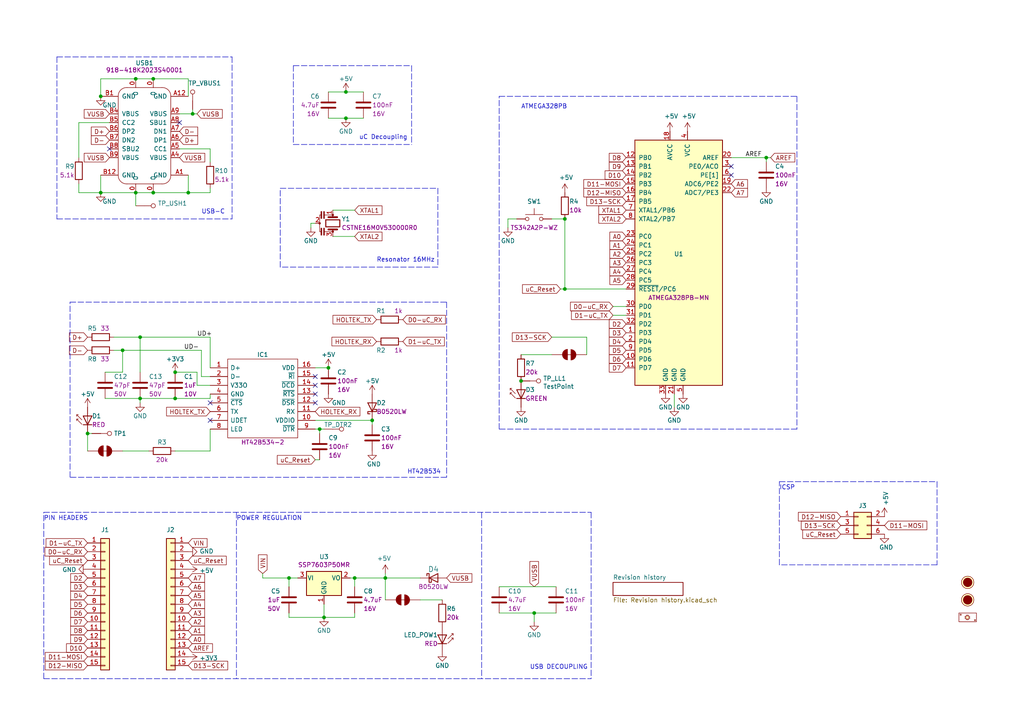
<source format=kicad_sch>
(kicad_sch (version 20211123) (generator eeschema)
  (paper "A4")
  (title_block (title "Jade Nano+") (date "2021-12-16") (rev "0.0.2") (company "GroundStudio.ro") (comment 1 "Schematic: Victor"))
  (junction (at 44.45 22.86))
  (junction (at 55.88 33.02))
  (junction (at 29.21 27.94))
  (junction (at 92.71 124.46))
  (junction (at 100.33 26.67))
  (junction (at 222.25 45.72))
  (junction (at 44.45 55.88))
  (junction (at 50.8 115.57))
  (junction (at 163.83 83.82))
  (junction (at 102.87 167.64))
  (junction (at 100.33 34.29))
  (junction (at 25.4 125.73))
  (junction (at 83.82 167.64))
  (junction (at 154.94 177.8))
  (junction (at 39.37 55.88))
  (junction (at 54.61 55.88))
  (junction (at 50.8 107.95))
  (junction (at 93.98 179.07))
  (junction (at 40.64 115.57))
  (junction (at 40.64 97.79))
  (junction (at 95.25 106.68))
  (junction (at 163.83 63.5))
  (junction (at 35.56 101.6))
  (junction (at 29.21 55.88))
  (junction (at 39.37 22.86))
  (junction (at 151.13 110.49))
  (junction (at 107.95 121.92))
  (junction (at 111.76 167.64))
  (no_connect (at 91.44 109.22))
  (no_connect (at 212.09 48.26))
  (no_connect (at 91.44 111.76))
  (no_connect (at 52.07 35.56))
  (no_connect (at 91.44 116.84))
  (no_connect (at 212.09 50.8))
  (no_connect (at 91.44 114.3))
  (no_connect (at 60.96 121.92))
  (no_connect (at 31.75 43.18))
  (no_connect (at 60.96 116.84))
  (polyline (pts (xy 139.7 148.59) (xy 139.7 196.85)))
  (wire (pts (xy 92.71 124.46) (xy 91.44 124.46)))
  (wire (pts (xy 102.87 167.64) (xy 111.76 167.64)))
  (polyline (pts (xy 81.28 77.47) (xy 81.28 54.61)))
  (polyline (pts (xy 16.51 16.51) (xy 16.51 63.5)))
  (wire (pts (xy 52.07 33.02) (xy 55.88 33.02)))
  (polyline (pts (xy 20.32 87.63) (xy 129.54 87.63)))
  (wire (pts (xy 91.44 106.68) (xy 95.25 106.68)))
  (wire (pts (xy 91.44 133.35) (xy 92.71 133.35)))
  (wire (pts (xy 29.21 55.88) (xy 22.86 55.88)))
  (wire (pts (xy 95.25 34.29) (xy 100.33 34.29)))
  (wire (pts (xy 44.45 22.86) (xy 39.37 22.86)))
  (polyline (pts (xy 271.78 163.83) (xy 226.06 163.83)))
  (wire (pts (xy 111.76 173.99) (xy 111.76 167.64)))
  (polyline (pts (xy 226.06 163.83) (xy 226.06 139.7)))
  (wire (pts (xy 29.21 27.94) (xy 29.21 22.86)))
  (wire (pts (xy 35.56 130.81) (xy 43.18 130.81)))
  (wire (pts (xy 44.45 22.86) (xy 54.61 22.86)))
  (polyline (pts (xy 85.09 19.05) (xy 119.38 19.05)))
  (wire (pts (xy 50.8 130.81) (xy 60.96 130.81)))
  (wire (pts (xy 170.18 97.79) (xy 170.18 102.87)))
  (polyline (pts (xy 271.78 139.7) (xy 271.78 163.83)))
  (wire (pts (xy 83.82 170.18) (xy 83.82 167.64)))
  (polyline (pts (xy 129.54 87.63) (xy 129.54 138.43)))
  (polyline (pts (xy 119.38 19.05) (xy 119.38 41.91)))
  (wire (pts (xy 95.25 26.67) (xy 100.33 26.67)))
  (polyline (pts (xy 231.14 27.94) (xy 231.14 124.46)))
  (wire (pts (xy 25.4 125.73) (xy 26.67 125.73)))
  (wire (pts (xy 163.83 63.5) (xy 163.83 83.82)))
  (polyline (pts (xy 144.78 27.94) (xy 231.14 27.94)))
  (polyline (pts (xy 144.78 124.46) (xy 144.78 27.94)))
  (wire (pts (xy 93.98 175.26) (xy 93.98 179.07)))
  (wire (pts (xy 33.02 97.79) (xy 40.64 97.79)))
  (polyline (pts (xy 127 77.47) (xy 81.28 77.47)))
  (wire (pts (xy 55.88 31.75) (xy 55.88 33.02)))
  (wire (pts (xy 212.09 45.72) (xy 222.25 45.72)))
  (polyline (pts (xy 127 54.61) (xy 127 77.47)))
  (wire (pts (xy 92.71 124.46) (xy 92.71 125.73)))
  (polyline (pts (xy 85.09 19.05) (xy 85.09 41.91)))
  (wire (pts (xy 83.82 167.64) (xy 86.36 167.64)))
  (wire (pts (xy 52.07 43.18) (xy 60.96 43.18)))
  (wire (pts (xy 35.56 107.95) (xy 35.56 101.6)))
  (wire (pts (xy 181.61 91.44) (xy 177.8 91.44)))
  (wire (pts (xy 195.58 114.3) (xy 195.58 118.11)))
  (wire (pts (xy 60.96 55.88) (xy 60.96 54.61)))
  (polyline (pts (xy 171.45 148.59) (xy 171.45 196.85)))
  (polyline (pts (xy 67.31 16.51) (xy 67.31 63.5)))
  (wire (pts (xy 57.15 107.95) (xy 57.15 111.76)))
  (wire (pts (xy 54.61 55.88) (xy 54.61 50.8)))
  (wire (pts (xy 76.2 167.64) (xy 83.82 167.64)))
  (wire (pts (xy 40.64 115.57) (xy 50.8 115.57)))
  (wire (pts (xy 144.78 170.18) (xy 161.29 170.18)))
  (wire (pts (xy 160.02 102.87) (xy 151.13 102.87)))
  (wire (pts (xy 121.92 173.99) (xy 128.27 173.99)))
  (wire (pts (xy 50.8 107.95) (xy 57.15 107.95)))
  (wire (pts (xy 90.17 66.04) (xy 90.17 64.77)))
  (wire (pts (xy 102.87 177.8) (xy 102.87 179.07)))
  (wire (pts (xy 39.37 55.88) (xy 39.37 59.69)))
  (wire (pts (xy 29.21 50.8) (xy 29.21 55.88)))
  (wire (pts (xy 177.8 88.9) (xy 181.61 88.9)))
  (wire (pts (xy 102.87 68.58) (xy 96.52 68.58)))
  (wire (pts (xy 60.96 97.79) (xy 60.96 106.68)))
  (polyline (pts (xy 16.51 63.5) (xy 67.31 63.5)))
  (polyline (pts (xy 226.06 139.7) (xy 271.78 139.7)))
  (wire (pts (xy 96.52 60.96) (xy 102.87 60.96)))
  (wire (pts (xy 25.4 125.73) (xy 25.4 130.81)))
  (polyline (pts (xy 129.54 138.43) (xy 20.32 138.43)))
  (wire (pts (xy 50.8 115.57) (xy 60.96 115.57)))
  (wire (pts (xy 83.82 177.8) (xy 83.82 179.07)))
  (polyline (pts (xy 12.7 196.85) (xy 171.45 196.85)))
  (wire (pts (xy 163.83 83.82) (xy 181.61 83.82)))
  (wire (pts (xy 100.33 26.67) (xy 105.41 26.67)))
  (wire (pts (xy 40.64 116.84) (xy 40.64 115.57)))
  (wire (pts (xy 222.25 45.72) (xy 223.52 45.72)))
  (wire (pts (xy 33.02 101.6) (xy 35.56 101.6)))
  (wire (pts (xy 107.95 123.19) (xy 107.95 121.92)))
  (wire (pts (xy 144.78 177.8) (xy 154.94 177.8)))
  (wire (pts (xy 60.96 130.81) (xy 60.96 124.46)))
  (polyline (pts (xy 231.14 124.46) (xy 144.78 124.46)))
  (wire (pts (xy 60.96 115.57) (xy 60.96 114.3)))
  (wire (pts (xy 91.44 121.92) (xy 107.95 121.92)))
  (wire (pts (xy 160.02 63.5) (xy 163.83 63.5)))
  (wire (pts (xy 100.33 34.29) (xy 105.41 34.29)))
  (wire (pts (xy 111.76 167.64) (xy 121.92 167.64)))
  (wire (pts (xy 30.48 115.57) (xy 40.64 115.57)))
  (polyline (pts (xy 12.7 148.59) (xy 171.45 148.59)))
  (wire (pts (xy 93.98 179.07) (xy 102.87 179.07)))
  (wire (pts (xy 29.21 55.88) (xy 39.37 55.88)))
  (wire (pts (xy 39.37 55.88) (xy 44.45 55.88)))
  (wire (pts (xy 58.42 101.6) (xy 58.42 109.22)))
  (wire (pts (xy 111.76 167.64) (xy 111.76 166.37)))
  (wire (pts (xy 222.25 46.99) (xy 222.25 45.72)))
  (wire (pts (xy 102.87 170.18) (xy 102.87 167.64)))
  (wire (pts (xy 57.15 111.76) (xy 60.96 111.76)))
  (polyline (pts (xy 81.28 54.61) (xy 127 54.61)))
  (wire (pts (xy 147.32 66.04) (xy 147.32 63.5)))
  (wire (pts (xy 44.45 55.88) (xy 54.61 55.88)))
  (wire (pts (xy 58.42 109.22) (xy 60.96 109.22)))
  (wire (pts (xy 83.82 179.07) (xy 93.98 179.07)))
  (wire (pts (xy 29.21 22.86) (xy 39.37 22.86)))
  (wire (pts (xy 154.94 177.8) (xy 154.94 180.34)))
  (wire (pts (xy 22.86 35.56) (xy 22.86 45.72)))
  (wire (pts (xy 40.64 97.79) (xy 40.64 107.95)))
  (wire (pts (xy 54.61 55.88) (xy 60.96 55.88)))
  (wire (pts (xy 93.98 124.46) (xy 92.71 124.46)))
  (wire (pts (xy 55.88 33.02) (xy 57.15 33.02)))
  (polyline (pts (xy 68.58 148.59) (xy 68.58 196.85)))
  (wire (pts (xy 31.75 35.56) (xy 22.86 35.56)))
  (wire (pts (xy 154.94 177.8) (xy 161.29 177.8)))
  (wire (pts (xy 35.56 101.6) (xy 58.42 101.6)))
  (wire (pts (xy 101.6 167.64) (xy 102.87 167.64)))
  (wire (pts (xy 90.17 64.77) (xy 91.44 64.77)))
  (polyline (pts (xy 85.09 41.91) (xy 119.38 41.91)))
  (wire (pts (xy 147.32 63.5) (xy 149.86 63.5)))
  (wire (pts (xy 60.96 43.18) (xy 60.96 46.99)))
  (wire (pts (xy 160.02 97.79) (xy 170.18 97.79)))
  (wire (pts (xy 30.48 107.95) (xy 35.56 107.95)))
  (wire (pts (xy 22.86 55.88) (xy 22.86 53.34)))
  (polyline (pts (xy 16.51 16.51) (xy 67.31 16.51)))
  (wire (pts (xy 163.83 83.82) (xy 162.56 83.82)))
  (wire (pts (xy 54.61 22.86) (xy 54.61 27.94)))
  (polyline (pts (xy 20.32 138.43) (xy 20.32 87.63)))
  (polyline (pts (xy 12.7 196.85) (xy 12.7 148.59)))
  (wire (pts (xy 40.64 97.79) (xy 60.96 97.79)))
  (wire (pts (xy 76.2 166.37) (xy 76.2 167.64)))
  (text "POWER REGULATION" (at 68.58 151.13 0) (effects (font (size 1.27 1.27)) (justify left bottom)))
  (text "PIN HEADERS\n" (at 12.7 151.13 0) (effects (font (size 1.27 1.27)) (justify left bottom)))
  (text "uC Decoupling" (at 104.14 40.64 0) (effects (font (size 1.27 1.27)) (justify left bottom)))
  (text "ICSP\n" (at 226.06 142.24 0) (effects (font (size 1.27 1.27)) (justify left bottom)))
  (text "ATMEGA328PB" (at 151.13 31.75 0) (effects (font (size 1.27 1.27)) (justify left bottom)))
  (text "Resonator 16MHz" (at 109.22 76.2 0) (effects (font (size 1.27 1.27)) (justify left bottom)))
  (text "USB-C\n" (at 58.42 62.23 0) (effects (font (size 1.27 1.27)) (justify left bottom)))
  (text "HT42B534\n\n" (at 118.11 139.7 0) (effects (font (size 1.27 1.27)) (justify left bottom)))
  (text "USB DECOUPLING\n" (at 153.67 194.31 0) (effects (font (size 1.27 1.27)) (justify left bottom)))
  (label "UD-" (at 53.34 101.6 0))
  (label "AREF" (at 220.98 45.72 180))
  (label "UD+" (at 57.15 97.79 0))
  (global_label "VUSB" (shape input) (at 57.15 33.02 0) (property "Intersheet References" "${INTERSHEET_REFS}" (effects hide)))
  (global_label "D12-MISO" (shape input) (at 243.84 149.86 180) (property "Intersheet References" "${INTERSHEET_REFS}" (effects hide)))
  (global_label "D8" (shape input) (at 25.4 182.88 180) (property "Intersheet References" "${INTERSHEET_REFS}" (effects hide)))
  (global_label "D0-uC_RX" (shape input) (at 116.84 92.71 0) (property "Intersheet References" "${INTERSHEET_REFS}" (effects hide)))
  (global_label "D-" (shape input) (at 31.75 40.64 180) (property "Intersheet References" "${INTERSHEET_REFS}" (effects hide)))
  (global_label "VIN" (shape input) (at 76.2 166.37 90) (property "Intersheet References" "${INTERSHEET_REFS}" (effects hide)))
  (global_label "uC_Reset" (shape input) (at 91.44 133.35 180) (property "Intersheet References" "${INTERSHEET_REFS}" (effects hide)))
  (global_label "D10" (shape input) (at 25.4 187.96 180) (property "Intersheet References" "${INTERSHEET_REFS}" (effects hide)))
  (global_label "D0-uC_RX" (shape input) (at 177.8 88.9 180) (property "Intersheet References" "${INTERSHEET_REFS}" (effects hide)))
  (global_label "D4" (shape input) (at 181.61 99.06 180) (property "Intersheet References" "${INTERSHEET_REFS}" (effects hide)))
  (global_label "D4" (shape input) (at 25.4 172.72 180) (property "Intersheet References" "${INTERSHEET_REFS}" (effects hide)))
  (global_label "D+" (shape input) (at 52.07 40.64 0) (property "Intersheet References" "${INTERSHEET_REFS}" (effects hide)))
  (global_label "D2" (shape input) (at 181.61 93.98 180) (property "Intersheet References" "${INTERSHEET_REFS}" (effects hide)))
  (global_label "A6" (shape input) (at 212.09 53.34 0) (property "Intersheet References" "${INTERSHEET_REFS}" (effects hide)))
  (global_label "uC_Reset" (shape input) (at 25.4 162.56 180) (property "Intersheet References" "${INTERSHEET_REFS}" (effects hide)))
  (global_label "AREF" (shape input) (at 54.61 187.96 0) (property "Intersheet References" "${INTERSHEET_REFS}" (effects hide)))
  (global_label "D-" (shape input) (at 25.4 101.6 180) (property "Intersheet References" "${INTERSHEET_REFS}" (effects hide)))
  (global_label "uC_Reset" (shape input) (at 162.56 83.82 180) (property "Intersheet References" "${INTERSHEET_REFS}" (effects hide)))
  (global_label "D9" (shape input) (at 181.61 48.26 180) (property "Intersheet References" "${INTERSHEET_REFS}" (effects hide)))
  (global_label "D-" (shape input) (at 52.07 38.1 0) (property "Intersheet References" "${INTERSHEET_REFS}" (effects hide)))
  (global_label "D11-MOSI" (shape input) (at 25.4 190.5 180) (property "Intersheet References" "${INTERSHEET_REFS}" (effects hide)))
  (global_label "D10" (shape input) (at 181.61 50.8 180) (property "Intersheet References" "${INTERSHEET_REFS}" (effects hide)))
  (global_label "D13-SCK" (shape input) (at 160.02 97.79 180) (property "Intersheet References" "${INTERSHEET_REFS}" (effects hide)))
  (global_label "HOLTEK_RX" (shape input) (at 109.22 99.06 180) (property "Intersheet References" "${INTERSHEET_REFS}" (effects hide)))
  (global_label "D+" (shape input) (at 25.4 97.79 180) (property "Intersheet References" "${INTERSHEET_REFS}" (effects hide)))
  (global_label "D3" (shape input) (at 181.61 96.52 180) (property "Intersheet References" "${INTERSHEET_REFS}" (effects hide)))
  (global_label "XTAL1" (shape input) (at 102.87 60.96 0) (property "Intersheet References" "${INTERSHEET_REFS}" (effects hide)))
  (global_label "D11-MOSI" (shape input) (at 181.61 53.34 180) (property "Intersheet References" "${INTERSHEET_REFS}" (effects hide)))
  (global_label "A0" (shape input) (at 54.61 185.42 0) (property "Intersheet References" "${INTERSHEET_REFS}" (effects hide)))
  (global_label "D5" (shape input) (at 25.4 175.26 180) (property "Intersheet References" "${INTERSHEET_REFS}" (effects hide)))
  (global_label "XTAL1" (shape input) (at 181.61 60.96 180) (property "Intersheet References" "${INTERSHEET_REFS}" (effects hide)))
  (global_label "D1-uC_TX" (shape input) (at 25.4 157.48 180) (property "Intersheet References" "${INTERSHEET_REFS}" (effects hide)))
  (global_label "D7" (shape input) (at 25.4 180.34 180) (property "Intersheet References" "${INTERSHEET_REFS}" (effects hide)))
  (global_label "uC_Reset" (shape input) (at 54.61 162.56 0) (property "Intersheet References" "${INTERSHEET_REFS}" (effects hide)))
  (global_label "D13-SCK" (shape input) (at 243.84 152.4 180) (property "Intersheet References" "${INTERSHEET_REFS}" (effects hide)))
  (global_label "A0" (shape input) (at 181.61 68.58 180) (property "Intersheet References" "${INTERSHEET_REFS}" (effects hide)))
  (global_label "A7" (shape input) (at 212.09 55.88 0) (property "Intersheet References" "${INTERSHEET_REFS}" (effects hide)))
  (global_label "D6" (shape input) (at 181.61 104.14 180) (property "Intersheet References" "${INTERSHEET_REFS}" (effects hide)))
  (global_label "A1" (shape input) (at 54.61 182.88 0) (property "Intersheet References" "${INTERSHEET_REFS}" (effects hide)))
  (global_label "A4" (shape input) (at 54.61 175.26 0) (property "Intersheet References" "${INTERSHEET_REFS}" (effects hide)))
  (global_label "D11-MOSI" (shape input) (at 256.54 152.4 0) (property "Intersheet References" "${INTERSHEET_REFS}" (effects hide)))
  (global_label "VUSB" (shape input) (at 31.75 33.02 180) (property "Intersheet References" "${INTERSHEET_REFS}" (effects hide)))
  (global_label "A5" (shape input) (at 181.61 81.28 180) (property "Intersheet References" "${INTERSHEET_REFS}" (effects hide)))
  (global_label "D+" (shape input) (at 31.75 38.1 180) (property "Intersheet References" "${INTERSHEET_REFS}" (effects hide)))
  (global_label "A6" (shape input) (at 54.61 170.18 0) (property "Intersheet References" "${INTERSHEET_REFS}" (effects hide)))
  (global_label "XTAL2" (shape input) (at 181.61 63.5 180) (property "Intersheet References" "${INTERSHEET_REFS}" (effects hide)))
  (global_label "A1" (shape input) (at 181.61 71.12 180) (property "Intersheet References" "${INTERSHEET_REFS}" (effects hide)))
  (global_label "D8" (shape input) (at 181.61 45.72 180) (property "Intersheet References" "${INTERSHEET_REFS}" (effects hide)))
  (global_label "A5" (shape input) (at 54.61 172.72 0) (property "Intersheet References" "${INTERSHEET_REFS}" (effects hide)))
  (global_label "D6" (shape input) (at 25.4 177.8 180) (property "Intersheet References" "${INTERSHEET_REFS}" (effects hide)))
  (global_label "VIN" (shape input) (at 54.61 157.48 0) (property "Intersheet References" "${INTERSHEET_REFS}" (effects hide)))
  (global_label "D9" (shape input) (at 25.4 185.42 180) (property "Intersheet References" "${INTERSHEET_REFS}" (effects hide)))
  (global_label "D1-uC_TX" (shape input) (at 116.84 99.06 0) (property "Intersheet References" "${INTERSHEET_REFS}" (effects hide)))
  (global_label "HOLTEK_TX" (shape input) (at 60.96 119.38 180) (property "Intersheet References" "${INTERSHEET_REFS}" (effects hide)))
  (global_label "A4" (shape input) (at 181.61 78.74 180) (property "Intersheet References" "${INTERSHEET_REFS}" (effects hide)))
  (global_label "D13-SCK" (shape input) (at 181.61 58.42 180) (property "Intersheet References" "${INTERSHEET_REFS}" (effects hide)))
  (global_label "D0-uC_RX" (shape input) (at 25.4 160.02 180) (property "Intersheet References" "${INTERSHEET_REFS}" (effects hide)))
  (global_label "A7" (shape input) (at 54.61 167.64 0) (property "Intersheet References" "${INTERSHEET_REFS}" (effects hide)))
  (global_label "AREF" (shape input) (at 223.52 45.72 0) (property "Intersheet References" "${INTERSHEET_REFS}" (effects hide)))
  (global_label "uC_Reset" (shape input) (at 243.84 154.94 180) (property "Intersheet References" "${INTERSHEET_REFS}" (effects hide)))
  (global_label "VUSB" (shape input) (at 52.07 45.72 0) (property "Intersheet References" "${INTERSHEET_REFS}" (effects hide)))
  (global_label "D3" (shape input) (at 25.4 170.18 180) (property "Intersheet References" "${INTERSHEET_REFS}" (effects hide)))
  (global_label "D7" (shape input) (at 181.61 106.68 180) (property "Intersheet References" "${INTERSHEET_REFS}" (effects hide)))
  (global_label "HOLTEK_TX" (shape input) (at 109.22 92.71 180) (property "Intersheet References" "${INTERSHEET_REFS}" (effects hide)))
  (global_label "HOLTEK_RX" (shape input) (at 91.44 119.38 0) (property "Intersheet References" "${INTERSHEET_REFS}" (effects hide)))
  (global_label "D2" (shape input) (at 25.4 167.64 180) (property "Intersheet References" "${INTERSHEET_REFS}" (effects hide)))
  (global_label "VUSB" (shape input) (at 154.94 170.18 90) (property "Intersheet References" "${INTERSHEET_REFS}" (effects hide)))
  (global_label "D1-uC_TX" (shape input) (at 177.8 91.44 180) (property "Intersheet References" "${INTERSHEET_REFS}" (effects hide)))
  (global_label "VUSB" (shape input) (at 31.75 45.72 180) (property "Intersheet References" "${INTERSHEET_REFS}" (effects hide)))
  (global_label "VUSB" (shape input) (at 129.54 167.64 0) (property "Intersheet References" "${INTERSHEET_REFS}" (effects hide)))
  (global_label "A2" (shape input) (at 181.61 73.66 180) (property "Intersheet References" "${INTERSHEET_REFS}" (effects hide)))
  (global_label "D12-MISO" (shape input) (at 25.4 193.04 180) (property "Intersheet References" "${INTERSHEET_REFS}" (effects hide)))
  (global_label "D13-SCK" (shape input) (at 54.61 193.04 0) (property "Intersheet References" "${INTERSHEET_REFS}" (effects hide)))
  (global_label "A2" (shape input) (at 54.61 180.34 0) (property "Intersheet References" "${INTERSHEET_REFS}" (effects hide)))
  (global_label "A3" (shape input) (at 54.61 177.8 0) (property "Intersheet References" "${INTERSHEET_REFS}" (effects hide)))
  (global_label "A3" (shape input) (at 181.61 76.2 180) (property "Intersheet References" "${INTERSHEET_REFS}" (effects hide)))
  (global_label "D12-MISO" (shape input) (at 181.61 55.88 180) (property "Intersheet References" "${INTERSHEET_REFS}" (effects hide)))
  (global_label "D5" (shape input) (at 181.61 101.6 180) (property "Intersheet References" "${INTERSHEET_REFS}" (effects hide)))
  (global_label "XTAL2" (shape input) (at 102.87 68.58 0) (property "Intersheet References" "${INTERSHEET_REFS}" (effects hide)))
  (symbol (lib_id "GS_Local:C") (at 161.29 173.99 0) (unit 1)
    (property "Reference" "C11" (at 163.83 171.45 0) (effects (justify left)))
    (property "Value" "C_0402_100nF_16V" (effects hide))
    (property "Footprint" "GS_Local:C_0402_alt" (effects hide))
    (property "Datasheet" "https://datasheet.lcsc.com/lcsc/1811011928_Walsin-Tech-Corp-0402B104K160CT_C83056.pdf" (effects hide))
    (property "MPN" "0402B104K160CT" (effects hide))
    (property "LCSC" "C83056" (effects hide))
    (property "Capacitance" "100nF" (at 163.83 173.99 0) (effects (justify left)))
    (property "Rated voltage" "16V" (at 163.83 176.53 0) (effects (justify left)))
  )
  (symbol (lib_id "GS_Local:GND") (at 154.94 180.34 0) (unit 1)
    (property "Reference" "#PWR0106" (effects hide))
    (property "Value" "GND" (at 154.94 184.15 0))
  )
  (symbol (lib_id "GS_Local:Conn_01x15") (at 30.48 175.26 0) (unit 1)
    (property "Reference" "J1" (at 30.48 153.67 0))
    (property "Value" "PinHeader_1x15_P2.54_V_M B-2100S15P-A110" (effects hide))
    (property "Footprint" "GS_Local:PinHeader_1x15_P2.54mm_Vertical_Male" (effects hide))
    (property "Datasheet" "https://datasheet.lcsc.com/szlcsc/1811151421_Ckmtw-Shenzhen-Cankemeng-C124373_C124373.pdf" (effects hide))
    (property "MPN" "B-2100S15P-A110" (effects hide))
    (property "LCSC" "C124373" (effects hide))
  )
  (symbol (lib_id "GS_Local:Conn_01x15") (at 49.53 175.26 0) (mirror y) (unit 1)
    (property "Reference" "J2" (at 48.26 153.67 0) (effects (justify right)))
    (property "Value" "PinHeader_1x15_P2.54_V_M B-2100S15P-A110" (effects hide))
    (property "Footprint" "GS_Local:PinHeader_1x15_P2.54mm_Vertical_Male" (effects hide))
    (property "Datasheet" "https://datasheet.lcsc.com/szlcsc/1811151421_Ckmtw-Shenzhen-Cankemeng-C124373_C124373.pdf" (effects hide))
    (property "MPN" "B-2100S15P-A110" (effects hide))
    (property "LCSC" "C124373" (effects hide))
  )
  (symbol (lib_id "GS_Local:C") (at 144.78 173.99 0) (unit 1)
    (property "Reference" "C10" (at 147.32 171.45 0) (effects (justify left)))
    (property "Value" "C_0402_4.7uF_16V" (effects hide))
    (property "Footprint" "GS_Local:C_0402_alt" (effects hide))
    (property "Datasheet" "https://datasheet.lcsc.com/szlcsc/2008271938_SANYEAR-C0402X5R475M160NT_C729453.pdf" (effects hide))
    (property "MPN" "C0402X5R475M160NT" (effects hide))
    (property "LCSC" "C729453" (effects hide))
    (property "Rated voltage" "16V" (at 147.32 176.53 0) (effects (justify left)))
    (property "Capacitance" "4.7uF" (at 147.32 173.99 0) (effects (justify left)))
  )
  (symbol (lib_id "GS_Local:GND") (at 256.54 154.94 0) (unit 1)
    (property "Reference" "#PWR0113" (effects hide))
    (property "Value" "GND" (at 259.08 158.75 0) (effects (justify right)))
  )
  (symbol (lib_id "GS_Local:+5V") (at 256.54 149.86 0) (unit 1)
    (property "Reference" "#PWR0114" (effects hide))
    (property "Value" "+5V" (at 256.921 146.6088 90) (effects (justify left)))
  )
  (symbol (lib_id "GS_Local:GND") (at 193.04 114.3 0) (unit 1)
    (property "Reference" "#PWR0115" (effects hide))
    (property "Value" "GND" (at 193.04 118.11 0))
  )
  (symbol (lib_id "GS_Local:C") (at 95.25 30.48 0) (unit 1)
    (property "Reference" "C6" (at 92.71 27.94 0) (effects (justify right)))
    (property "Value" "C_0402_4.7uF_16V" (effects hide))
    (property "Footprint" "GS_Local:C_0402_alt" (effects hide))
    (property "Datasheet" "https://datasheet.lcsc.com/szlcsc/2008271938_SANYEAR-C0402X5R475M160NT_C729453.pdf" (effects hide))
    (property "MPN" "C0402X5R475M160NT" (effects hide))
    (property "LCSC" "C729453" (effects hide))
    (property "Rated voltage" "16V" (at 92.71 33.02 0) (effects (justify right)))
    (property "Capacitance" "4.7uF" (at 92.71 30.48 0) (effects (justify right)))
  )
  (symbol (lib_id "GS_Local:C") (at 105.41 30.48 0) (unit 1)
    (property "Reference" "C7" (at 107.95 27.94 0) (effects (justify left)))
    (property "Value" "C_0402_100nF_16V" (effects hide))
    (property "Footprint" "GS_Local:C_0402_alt" (effects hide))
    (property "Datasheet" "https://datasheet.lcsc.com/lcsc/1811011928_Walsin-Tech-Corp-0402B104K160CT_C83056.pdf" (effects hide))
    (property "MPN" "0402B104K160CT" (effects hide))
    (property "LCSC" "C83056" (effects hide))
    (property "Capacitance" "100nF" (at 107.95 30.48 0) (effects (justify left)))
    (property "Rated voltage" "16V" (at 107.95 33.02 0) (effects (justify left)))
  )
  (symbol (lib_id "GS_Local:GND") (at 100.33 34.29 0) (unit 1)
    (property "Reference" "#PWR0116" (effects hide))
    (property "Value" "GND" (at 100.33 38.1 0))
  )
  (symbol (lib_id "GS_Local:R") (at 163.83 59.69 180) (unit 1)
    (property "Reference" "R4" (at 165.1 58.42 0) (effects (justify right)))
    (property "Value" "R_0402_10k" (effects hide))
    (property "Footprint" "GS_Local:R_0402_alt" (effects hide))
    (property "Datasheet" "https://datasheet.lcsc.com/szlcsc/1811091923_UNI-ROYAL-Uniroyal-Elec-0402WGJ0103TCE_C25531.pdf" (effects hide))
    (property "MPN" "0402WGJ0103TCE" (effects hide))
    (property "LCSC" "C25531" (effects hide))
    (property "Resistance" "10k" (at 165.1 60.96 0) (effects (justify right)))
  )
  (symbol (lib_id "GS_Local:+5V") (at 163.83 55.88 0) (unit 1)
    (property "Reference" "#PWR0118" (effects hide))
    (property "Value" "+5V" (at 164.211 51.4858 0))
  )
  (symbol (lib_id "GS_Local:GND") (at 93.98 179.07 0) (mirror y) (unit 1)
    (property "Reference" "#PWR0103" (effects hide))
    (property "Value" "GND" (at 93.98 182.88 0))
  )
  (symbol (lib_id "GS_Local:TS342A2P-WZ") (at 154.94 63.5 0) (unit 1)
    (property "Reference" "SW1" (at 154.94 58.42 0))
    (property "Value" "TS342A2P-WZ" (effects hide))
    (property "Footprint" "GS_Local:TS342A2P-WZ" (effects hide))
    (property "Datasheet" "https://datasheet.lcsc.com/szlcsc/2005221232_SHOU-HAN-TS342A2P-WZ_C557591.pdf" (effects hide))
    (property "MPN" "TS342A2P-WZ" (at 154.94 66.04 0))
    (property "LCSC" "C557591" (effects hide))
  )
  (symbol (lib_id "GS_Local:GND") (at 147.32 66.04 0) (unit 1)
    (property "Reference" "#PWR0119" (effects hide))
    (property "Value" "GND" (at 147.32 69.85 0))
  )
  (symbol (lib_id "GS_Local:R") (at 128.27 177.8 0) (mirror x) (unit 1)
    (property "Reference" "R6" (at 129.54 176.53 0) (effects (justify left)))
    (property "Value" "R_0402_20k" (effects hide))
    (property "Footprint" "GS_Local:R_0402_alt" (effects hide))
    (property "Datasheet" "https://datasheet.lcsc.com/lcsc/1810191630_Walsin-Tech-Corp-WR04X2002FTL_C163819.pdf" (effects hide))
    (property "MPN" "WR04X2002FTL" (effects hide))
    (property "LCSC" "C163819" (effects hide))
    (property "Resistance" "20k" (at 129.54 179.07 0) (effects (justify left)))
  )
  (symbol (lib_id "GS_Local:DY-IR333C-A") (at 128.27 184.15 270) (mirror x) (unit 1)
    (property "Reference" "LED_POW1" (at 127 184.15 90) (effects (justify right)))
    (property "Value" "LED_0402_RED" (effects hide))
    (property "Footprint" "GS_Local:LED_0402_alt" (effects hide))
    (property "Datasheet" "https://datasheet.lcsc.com/szlcsc/2009251739_TUOZHAN-TZ-P2-0402RTIA1-0-45T_C779449.pdf" (effects hide))
    (property "MPN" "TZ-P2-0402RTIA1-0.45T" (effects hide))
    (property "LCSC" "C779449" (effects hide))
    (property "Color" "RED" (at 127 186.69 90) (effects (justify right)))
  )
  (symbol (lib_id "GS_Local:GND") (at 128.27 189.23 0) (mirror y) (unit 1)
    (property "Reference" "#PWR0102" (effects hide))
    (property "Value" "GND" (at 128.27 193.04 0))
  )
  (symbol (lib_id "GS_Local:+5V") (at 111.76 166.37 0) (mirror y) (unit 1)
    (property "Reference" "#PWR0101" (effects hide))
    (property "Value" "+5V" (at 111.379 161.9758 0))
  )
  (symbol (lib_id "GS_Local:D_Schottky") (at 125.73 167.64 0) (unit 1)
    (property "Reference" "D4" (at 125.73 165.1 0) (effects (font (size 1.524 1.524))))
    (property "Value" "SOD-123 B0520LW" (effects hide))
    (property "Footprint" "GS_Local:SOD-123" (effects hide))
    (property "Datasheet" "https://datasheet.lcsc.com/szlcsc/1811021622_Changzhou-Starsea-Elec-B0520LW_C89640.pdf" (effects hide))
    (property "MPN" "B0520LW" (at 125.73 170.18 0))
    (property "LCSC" "C89640" (effects hide))
  )
  (symbol (lib_id "GS_Local:R") (at 113.03 99.06 90) (unit 1)
    (property "Reference" "R2" (at 110.49 101.6 90))
    (property "Value" "R_0402_1k" (effects hide))
    (property "Footprint" "GS_Local:R_0402_alt" (effects hide))
    (property "Datasheet" "https://datasheet.lcsc.com/szlcsc/1811141734_FH-Guangdong-Fenghua-Advanced-Tech-RC-02W1001FT_C226166.pdf" (effects hide))
    (property "MPN" "RC-02W1001FT" (effects hide))
    (property "LCSC" "C226166" (effects hide))
    (property "Resistance" "1k" (at 115.57 101.6 90))
  )
  (symbol (lib_id "GS_Local:R") (at 113.03 92.71 90) (mirror x) (unit 1)
    (property "Reference" "R1" (at 110.49 90.17 90))
    (property "Value" "R_0402_1k" (effects hide))
    (property "Footprint" "GS_Local:R_0402_alt" (effects hide))
    (property "Datasheet" "https://datasheet.lcsc.com/szlcsc/1811141734_FH-Guangdong-Fenghua-Advanced-Tech-RC-02W1001FT_C226166.pdf" (effects hide))
    (property "MPN" "RC-02W1001FT" (effects hide))
    (property "LCSC" "C226166" (effects hide))
    (property "Resistance" "1k" (at 115.57 90.17 90))
  )
  (symbol (lib_id "GS_Local:GND") (at 90.17 66.04 0) (unit 1)
    (property "Reference" "#PWR0122" (effects hide))
    (property "Value" "GND" (at 90.17 69.85 0))
  )
  (symbol (lib_id "GS_Local:GND") (at 54.61 160.02 90) (unit 1)
    (property "Reference" "#PWR0111" (effects hide))
    (property "Value" "GND" (at 57.8612 159.893 90) (effects (justify right)))
  )
  (symbol (lib_id "GS_Local:+5V") (at 54.61 165.1 270) (unit 1)
    (property "Reference" "#PWR0108" (effects hide))
    (property "Value" "+5V" (at 57.8612 165.481 90) (effects (justify left)))
  )
  (symbol (lib_id "GS_Local:C") (at 222.25 50.8 0) (unit 1)
    (property "Reference" "C4" (at 224.79 48.26 0) (effects (justify left)))
    (property "Value" "C_0402_100nF_16V" (effects hide))
    (property "Footprint" "GS_Local:C_0402_alt" (effects hide))
    (property "Datasheet" "https://datasheet.lcsc.com/lcsc/1811011928_Walsin-Tech-Corp-0402B104K160CT_C83056.pdf" (effects hide))
    (property "MPN" "0402B104K160CT" (effects hide))
    (property "LCSC" "C83056" (effects hide))
    (property "Rated voltage" "16V" (at 224.79 53.34 0) (effects (justify left)))
    (property "Capacitance" "100nF" (at 224.79 50.8 0) (effects (justify left)))
  )
  (symbol (lib_id "GS_Local:GND") (at 222.25 54.61 0) (unit 1)
    (property "Reference" "#PWR0124" (effects hide))
    (property "Value" "GND" (at 222.25 58.42 0))
  )
  (symbol (lib_id "GS_Local:+3V3") (at 54.61 190.5 270) (unit 1)
    (property "Reference" "#PWR0109" (effects hide))
    (property "Value" "+3V3" (at 57.8612 190.881 90) (effects (justify left)))
  )
  (symbol (lib_id "GS_Local:GND") (at 25.4 165.1 270) (unit 1)
    (property "Reference" "#PWR0110" (effects hide))
    (property "Value" "GND" (at 22.1488 165.227 90) (effects (justify right)))
  )
  (symbol (lib_id "GS_Local:C") (at 102.87 173.99 0) (unit 1)
    (property "Reference" "C8" (at 105.41 171.45 0) (effects (justify left)))
    (property "Value" "C_0402_4.7uF_16V" (effects hide))
    (property "Footprint" "GS_Local:C_0402_alt" (effects hide))
    (property "Datasheet" "https://datasheet.lcsc.com/szlcsc/2008271938_SANYEAR-C0402X5R475M160NT_C729453.pdf" (effects hide))
    (property "MPN" "C0402X5R475M160NT" (effects hide))
    (property "LCSC" "C729453" (effects hide))
    (property "Capacitance" "4.7uF" (at 105.41 173.99 0) (effects (justify left)))
    (property "Rated voltage" "16V" (at 105.41 176.53 0) (effects (justify left)))
  )
  (symbol (lib_id "GS_Local:C") (at 83.82 173.99 0) (unit 1)
    (property "Reference" "C5" (at 81.28 171.45 0) (effects (justify right)))
    (property "Value" "C_0603_1uF_50V" (effects hide))
    (property "Footprint" "GS_Local:C_0603" (effects hide))
    (property "Datasheet" "https://datasheet.lcsc.com/szlcsc/1810261812_Samsung-Electro-Mechanics-CL10A105KB8NNNC_C15849.pdf" (effects hide))
    (property "MPN" "CL10A105KB8NNNC" (effects hide))
    (property "LCSC" "C15849" (effects hide))
    (property "Capacitance" "1uF" (at 81.28 173.99 0) (effects (justify right)))
    (property "Rated voltage" "50V" (at 81.28 176.53 0) (effects (justify right)))
  )
  (symbol (lib_id "GS_Local:ATMEGA328PB-MN") (at 196.85 76.2 0) (mirror y) (unit 1)
    (property "Reference" "U1" (at 196.85 73.66 0))
    (property "Value" "QFN-32-1EP_5x5_P0.5_328PB-MN" (effects hide))
    (property "Footprint" "GS_Local:QFN-32-1EP_5x5mm_P0.5mm_EP3.1x3.1mm" (effects hide))
    (property "Datasheet" "http://ww1.microchip.com/downloads/en/DeviceDoc/40001906A.pdf" (effects hide))
    (property "MPN" "ATMEGA328PB-MN" (at 196.85 86.36 0))
    (property "LCSC" "C1337164" (effects hide))
  )
  (symbol (lib_id "GS_Local:+5V") (at 100.33 26.67 0) (unit 1)
    (property "Reference" "#PWR0126" (effects hide))
    (property "Value" "+5V" (at 100.33 22.86 0))
  )
  (symbol (lib_id "GS_Local:CSTNE16M0V530000R0") (at 96.52 64.77 270) (unit 1)
    (property "Reference" "Y1" (at 99.06 63.5 90) (effects (justify left)))
    (property "Value" "Resonator_3Pin_3.2x1.3 CSTNE16M0V" (effects hide))
    (property "Footprint" "GS_Local:CSTNE" (effects hide))
    (property "Datasheet" "https://datasheet.lcsc.com/szlcsc/1912111437_Murata-Electronics-CSTNE16M0V530000R0_C341521.pdf" (effects hide))
    (property "MPN" "CSTNE16M0V530000R0" (at 99.06 66.04 90) (effects (justify left)))
    (property "LCSC" "C341521" (effects hide))
  )
  (symbol (lib_id "GS_Local:DY-IR333C-A") (at 151.13 113.03 90) (unit 1)
    (property "Reference" "D3" (at 152.4 113.03 90) (effects (justify right)))
    (property "Value" "LED_0402_GREEN" (effects hide))
    (property "Footprint" "GS_Local:LED_0402_alt" (effects hide))
    (property "Datasheet" "https://datasheet.lcsc.com/szlcsc/2006241134_TUOZHAN-TZ-P2-0402GTIA1-0-45T_C688877.pdf" (effects hide))
    (property "MPN" "TZ-P2-0402GTIA1-0.45T" (effects hide))
    (property "LCSC" "C688877" (effects hide))
    (property "Color" "GREEN" (at 152.4 115.57 90) (effects (justify right)))
  )
  (symbol (lib_id "GS_Local:R") (at 151.13 106.68 0) (unit 1)
    (property "Reference" "R7" (at 152.4 105.41 0) (effects (justify left)))
    (property "Value" "R_0402_20k" (effects hide))
    (property "Footprint" "GS_Local:R_0402_alt" (effects hide))
    (property "Datasheet" "https://datasheet.lcsc.com/lcsc/1810191630_Walsin-Tech-Corp-WR04X2002FTL_C163819.pdf" (effects hide))
    (property "MPN" "WR04X2002FTL" (effects hide))
    (property "LCSC" "C163819" (effects hide))
    (property "Resistance" "20k" (at 152.4 107.95 0) (effects (justify left)))
  )
  (symbol (lib_id "GS_Local:GND") (at 151.13 118.11 0) (unit 1)
    (property "Reference" "#PWR0125" (effects hide))
    (property "Value" "GND" (at 151.13 121.92 0))
  )
  (symbol (lib_id "GS_Local:USB_C_FULL") (at 41.91 38.1 0) (unit 1)
    (property "Reference" "USB1" (at 41.91 18.2626 0))
    (property "Value" "USB_C 918-418K2023S40001" (effects hide))
    (property "Footprint" "GS_Local:USB_C_C167321" (effects hide))
    (property "Datasheet" "https://datasheet.lcsc.com/szlcsc/1811101520_Jing-Extension-of-the-Electronic-Co-C167321_C167321.pdf" (effects hide))
    (property "MPN" "918-418K2023S40001" (at 41.91 20.32 0))
    (property "LCSC" "C167321" (effects hide))
  )
  (symbol (lib_id "GS_Local:TestPoint") (at 44.45 59.69 270) (mirror x) (unit 1)
    (property "Reference" "TP_USH1" (at 45.7708 58.9788 90) (effects (justify left)))
    (property "Value" "TestPoint" (effects hide))
    (property "Footprint" "GS_Local:TestPoint" (effects hide))
  )
  (symbol (lib_id "GS_Local:TestPoint") (at 55.88 26.67 0) (mirror y) (unit 1)
    (property "Reference" "TP_VBUS1" (at 54.61 24.13 0) (effects (justify right)))
    (property "Value" "TestPoint" (effects hide))
    (property "Footprint" "GS_Local:TestPoint" (effects hide))
  )
  (symbol (lib_id "GS_Local:GND") (at 29.21 55.88 0) (unit 1)
    (property "Reference" "#PWR0107" (effects hide))
    (property "Value" "GND" (at 31.75 58.42 0))
  )
  (symbol (lib_id "GS_Local:GND") (at 29.21 27.94 0) (unit 1)
    (property "Reference" "#PWR0127" (effects hide))
    (property "Value" "GND" (at 31.75 30.48 0))
  )
  (symbol (lib_id "GS_Local:Fiducial") (at 280.67 168.91 0) (unit 1)
    (property "Reference" "FID1" (effects hide))
    (property "Value" "Fiducial" (effects hide))
    (property "Footprint" "GS_Local:Fiducial_0.75mm_Mask1.5mm" (effects hide))
  )
  (symbol (lib_id "GS_Local:TestPoint") (at 99.06 124.46 270) (unit 1)
    (property "Reference" "TP_DTR2" (at 93.98 123.19 90) (effects (justify left)))
    (property "Value" "TestPoint" (effects hide))
    (property "Footprint" "GS_Local:TestPoint" (effects hide))
  )
  (symbol (lib_id "GS_Local:Fiducial") (at 280.67 173.99 0) (unit 1)
    (property "Reference" "FID2" (effects hide))
    (property "Value" "Fiducial" (effects hide))
    (property "Footprint" "GS_Local:Fiducial_0.75mm_Mask1.5mm" (effects hide))
  )
  (symbol (lib_id "GS_Local:TestPoint") (at 156.21 110.49 270) (mirror x) (unit 1)
    (property "Reference" "TP_LL1" (at 157.5308 109.7788 90) (effects (justify left)))
    (property "Value" "TestPoint" (at 157.5308 112.0902 90) (effects (justify left)))
    (property "Footprint" "GS_Local:TestPoint" (effects hide))
  )
  (symbol (lib_id "GS_Local:HT42B534-2") (at 60.96 106.68 0) (unit 1)
    (property "Reference" "IC1" (at 76.2 102.87 0))
    (property "Value" "SOP-16_150MIL HT42B534-2" (effects hide))
    (property "Footprint" "GS_Local:SOP-16_150MIL" (effects hide))
    (property "Datasheet" "https://datasheet.lcsc.com/szlcsc/2003091732_Holtek-Semicon-HT42B534-2_C493361.pdf" (effects hide))
    (property "MPN" "HT42B534-2" (at 76.2 128.27 0))
    (property "LCSC" "C493361" (effects hide))
  )
  (symbol (lib_id "GS_Local:C") (at 92.71 129.54 180) (unit 1)
    (property "Reference" "C9" (at 95.25 127 0) (effects (justify right)))
    (property "Value" "C_0402_100nF_16V" (effects hide))
    (property "Footprint" "GS_Local:C_0402_alt" (effects hide))
    (property "Datasheet" "https://datasheet.lcsc.com/lcsc/1811011928_Walsin-Tech-Corp-0402B104K160CT_C83056.pdf" (effects hide))
    (property "MPN" "0402B104K160CT" (effects hide))
    (property "LCSC" "C83056" (effects hide))
    (property "Capacitance" "100nF" (at 95.25 129.54 0) (effects (justify right)))
    (property "Rated voltage" "16V" (at 95.25 132.08 0) (effects (justify right)))
  )
  (symbol (lib_id "GS_Local:GND") (at 40.64 116.84 0) (unit 1)
    (property "Reference" "#PWR05" (effects hide))
    (property "Value" "GND" (at 40.64 120.65 0))
  )
  (symbol (lib_id "GS_Local:R") (at 46.99 130.81 270) (unit 1)
    (property "Reference" "R3" (at 46.99 128.27 90))
    (property "Value" "R_0402_20k" (effects hide))
    (property "Footprint" "GS_Local:R_0402_alt" (effects hide))
    (property "Datasheet" "https://datasheet.lcsc.com/lcsc/1810191630_Walsin-Tech-Corp-WR04X2002FTL_C163819.pdf" (effects hide))
    (property "MPN" "WR04X2002FTL" (effects hide))
    (property "LCSC" "C163819" (effects hide))
    (property "Resistance" "20k" (at 46.99 133.35 90))
  )
  (symbol (lib_id "GS_Local:TestPoint") (at 31.75 125.73 270) (unit 1)
    (property "Reference" "TP1" (at 33.02 125.73 90) (effects (justify left)))
    (property "Value" "TestPoint RxTx" (effects hide))
    (property "Footprint" "GS_Local:TestPoint" (effects hide))
  )
  (symbol (lib_id "GS_Local:DY-IR333C-A") (at 25.4 120.65 90) (unit 1)
    (property "Reference" "D1" (at 26.67 120.65 90) (effects (justify right)))
    (property "Value" "LED_0402_RED" (effects hide))
    (property "Footprint" "GS_Local:LED_0402_alt" (effects hide))
    (property "Datasheet" "https://datasheet.lcsc.com/lcsc/2009251739_TUOZHAN-TZ-P2-0402RTIA1-0-45T_C779449.pdf" (effects hide))
    (property "MPN" "TZ-P2-0402RTIA1-0.45T" (effects hide))
    (property "LCSC" "C779449" (effects hide))
    (property "Color" "RED" (at 26.67 123.19 90) (effects (justify right)))
  )
  (symbol (lib_id "GS_Local:+5V") (at 25.4 118.11 0) (unit 1)
    (property "Reference" "#PWR03" (effects hide))
    (property "Value" "+5V" (at 25.4 114.3 0))
  )
  (symbol (lib_id "GS_Local:+5V") (at 95.25 106.68 0) (unit 1)
    (property "Reference" "#PWR04" (effects hide))
    (property "Value" "+5V" (at 95.25 102.87 0))
  )
  (symbol (lib_id "GS_Local:SSP7603P50MR") (at 93.98 167.64 0) (unit 1)
    (property "Reference" "U3" (at 93.98 161.4932 0))
    (property "Value" "SOT-23-3 SSP7603P50MR" (effects hide))
    (property "Footprint" "GS_Local:SOT-23-3" (effects hide))
    (property "Datasheet" "https://datasheet.lcsc.com/szlcsc/1912111437_Shanghai-Siproin-Microelectronics-SSP7603P50MR_C411029.pdf" (effects hide))
    (property "MPN" "SSP7603P50MR" (at 93.98 163.83 0))
    (property "LCSC" "C411029" (effects hide))
  )
  (symbol (lib_id "GS_Local:C") (at 107.95 127 180) (unit 1)
    (property "Reference" "C3" (at 110.49 124.46 0) (effects (justify right)))
    (property "Value" "C_0402_100nF_16V" (effects hide))
    (property "Footprint" "GS_Local:C_0402_alt" (effects hide))
    (property "Datasheet" "https://datasheet.lcsc.com/szlcsc/1912111437_Walsin-Tech-Corp-0402B104K100CT_C387941.pdf" (effects hide))
    (property "MPN" "0402B104K160CT" (effects hide))
    (property "LCSC" "C83056" (effects hide))
    (property "Capacitance" "100nF" (at 110.49 127 0) (effects (justify right)))
    (property "Rated voltage" "16V" (at 110.49 129.54 0) (effects (justify right)))
  )
  (symbol (lib_id "GS_Local:GND") (at 107.95 130.81 0) (unit 1)
    (property "Reference" "#PWR08" (effects hide))
    (property "Value" "GND" (at 110.49 134.62 0) (effects (justify right)))
  )
  (symbol (lib_id "GS_Local:C") (at 50.8 111.76 0) (mirror y) (unit 1)
    (property "Reference" "C1" (at 53.34 109.22 0) (effects (justify right)))
    (property "Value" "C_0402_1uF_10V" (effects hide))
    (property "Footprint" "GS_Local:C_0402_alt" (effects hide))
    (property "Datasheet" "https://datasheet.lcsc.com/szlcsc/2005061106_PSA-Prosperity-Dielectrics-FS15B105K100PKG_C525324.pdf" (effects hide))
    (property "MPN" "FS15B105K100PKG" (effects hide))
    (property "LCSC" "C525324" (effects hide))
    (property "Capacitance" "1uF" (at 53.34 111.76 0) (effects (justify right)))
    (property "Rated voltage" "10V" (at 53.34 114.3 0) (effects (justify right)))
  )
  (symbol (lib_id "GS_Local:C") (at 95.25 110.49 180) (unit 1)
    (property "Reference" "C2" (at 97.79 107.95 0) (effects (justify right)))
    (property "Value" "C_0402_100nF_16V" (effects hide))
    (property "Footprint" "GS_Local:C_0402_alt" (effects hide))
    (property "Datasheet" "https://datasheet.lcsc.com/lcsc/1811011928_Walsin-Tech-Corp-0402B104K160CT_C83056.pdf" (effects hide))
    (property "MPN" "0402B104K160CT" (effects hide))
    (property "LCSC" "C83056" (effects hide))
    (property "Capacitance" "100nF" (at 97.79 110.49 0) (effects (justify right)))
    (property "Rated voltage" "16V" (at 97.79 113.03 0) (effects (justify right)))
  )
  (symbol (lib_id "GS_Local:GND") (at 95.25 114.3 0) (unit 1)
    (property "Reference" "#PWR06" (effects hide))
    (property "Value" "GND" (at 100.33 116.84 0) (effects (justify right)))
  )
  (symbol (lib_id "GS_Local:C") (at 40.64 111.76 0) (mirror y) (unit 1)
    (property "Reference" "C13" (at 43.18 109.22 0) (effects (justify right)))
    (property "Value" "C_0402_47pF_50V" (effects hide))
    (property "Footprint" "GS_Local:C_0402_alt" (effects hide))
    (property "Datasheet" "https://datasheet.lcsc.com/szlcsc/2006151232_PSA-Prosperity-Dielectrics-FN15N470J500PNG_C525215.pdf" (effects hide))
    (property "MPN" "FN15N470J500PNG" (effects hide))
    (property "LCSC" "C525215" (effects hide))
    (property "Capacitance" "47pF" (at 43.18 111.76 0) (effects (justify right)))
    (property "Rated voltage" "50V" (at 43.18 114.3 0) (effects (justify right)))
  )
  (symbol (lib_id "GS_Local:C") (at 30.48 111.76 0) (mirror x) (unit 1)
    (property "Reference" "C12" (at 33.02 109.22 0) (effects (justify left)))
    (property "Value" "C_0402_47pF_50V" (effects hide))
    (property "Footprint" "GS_Local:C_0402_alt" (effects hide))
    (property "Datasheet" "https://datasheet.lcsc.com/szlcsc/2006151232_PSA-Prosperity-Dielectrics-FN15N470J500PNG_C525215.pdf" (effects hide))
    (property "MPN" "FN15N470J500PNG" (effects hide))
    (property "LCSC" "C525215" (effects hide))
    (property "Capacitance" "47pF" (at 33.02 111.76 0) (effects (justify left)))
    (property "Rated voltage" "50V" (at 33.02 114.3 0) (effects (justify left)))
  )
  (symbol (lib_id "GS_Local:R") (at 29.21 97.79 270) (mirror x) (unit 1)
    (property "Reference" "R5" (at 25.4 95.25 90) (effects (justify left)))
    (property "Value" "R_0402_33" (effects hide))
    (property "Footprint" "GS_Local:R_0402_alt" (effects hide))
    (property "Datasheet" "https://datasheet.lcsc.com/szlcsc/1811141740_FH-Guangdong-Fenghua-Advanced-Tech-RC-02W33R0FT_C140161.pdf" (effects hide))
    (property "MPN" "RC-02W33R0FT" (effects hide))
    (property "LCSC" "C140161" (effects hide))
    (property "Resistance" "33" (at 31.75 95.25 90) (effects (justify right)))
  )
  (symbol (lib_id "GS_Local:R") (at 29.21 101.6 90) (mirror x) (unit 1)
    (property "Reference" "R8" (at 25.4 104.14 90) (effects (justify right)))
    (property "Value" "R_0402_33" (effects hide))
    (property "Footprint" "GS_Local:R_0402_alt" (effects hide))
    (property "Datasheet" "https://datasheet.lcsc.com/szlcsc/1811141740_FH-Guangdong-Fenghua-Advanced-Tech-RC-02W33R0FT_C140161.pdf" (effects hide))
    (property "MPN" "RC-02W33R0FT" (effects hide))
    (property "LCSC" "C140161" (effects hide))
    (property "Resistance" "33" (at 31.75 104.14 90) (effects (justify left)))
  )
  (symbol (lib_id "GS_Local:R") (at 22.86 49.53 180) (unit 1)
    (property "Reference" "R9" (at 21.59 48.26 0) (effects (justify left)))
    (property "Value" "R_0402_5.1k" (effects hide))
    (property "Footprint" "GS_Local:R_0402_alt" (effects hide))
    (property "Datasheet" "https://datasheet.lcsc.com/szlcsc/1811141743_FH-Guangdong-Fenghua-Advanced-Tech-RC-02W5101FT_C294638.pdf" (effects hide))
    (property "MPN" "RC-02W5101FT" (effects hide))
    (property "LCSC" "C294638" (effects hide))
    (property "Resistance" "5.1k" (at 21.59 50.8 0) (effects (justify left)))
  )
  (symbol (lib_id "GS_Local:R") (at 60.96 50.8 0) (unit 1)
    (property "Reference" "R10" (at 62.23 49.53 0) (effects (justify left)))
    (property "Value" "R_0402_5.1k" (effects hide))
    (property "Footprint" "GS_Local:R_0402_alt" (effects hide))
    (property "Datasheet" "https://datasheet.lcsc.com/szlcsc/1811141743_FH-Guangdong-Fenghua-Advanced-Tech-RC-02W5101FT_C294638.pdf" (effects hide))
    (property "MPN" "RC-02W5101FT" (effects hide))
    (property "LCSC" "C294638" (effects hide))
    (property "Resistance" "5.1k" (at 62.23 52.07 0) (effects (justify left)))
  )
  (symbol (lib_id "GS_Local:+3V3") (at 50.8 107.95 0) (unit 1)
    (property "Reference" "#PWR01" (effects hide))
    (property "Value" "+3V3" (at 50.8 104.14 0))
  )
  (symbol (lib_id "GS_Local:PCB") (at 280.67 179.07 0) (unit 1)
    (property "Reference" "P1" (effects hide))
    (property "Value" "PCB" (effects hide))
    (property "MPN" "RZLLCW_GS_PCB" (effects hide))
  )
  (symbol (lib_id "GS_Local:GND") (at 198.12 114.3 0) (unit 1)
    (property "Reference" "#PWR0104" (effects hide))
    (property "Value" "GND" (at 198.12 118.11 0))
  )
  (symbol (lib_id "GS_Local:GND") (at 195.58 118.11 0) (unit 1)
    (property "Reference" "#PWR0120" (effects hide))
    (property "Value" "GND" (at 195.58 121.92 0))
  )
  (symbol (lib_id "GS_Local:SolderJumper_NC") (at 30.48 130.81 90) (mirror x) (unit 1)
    (property "Reference" "J5" (effects hide))
    (property "Value" "RTX LED DISABLE" (effects hide))
    (property "Footprint" "GS_Local:SolderJumper_NC_small" (effects hide))
  )
  (symbol (lib_id "GS_Local:D_Schottky") (at 107.95 118.11 90) (unit 1)
    (property "Reference" "D2" (at 109.22 116.84 90) (effects (justify right)))
    (property "Value" "SOD-123 B0520LW" (effects hide))
    (property "Footprint" "GS_Local:SOD-123" (effects hide))
    (property "Datasheet" "https://datasheet.lcsc.com/szlcsc/1811021622_Changzhou-Starsea-Elec-B0520LW_C89640.pdf" (effects hide))
    (property "MPN" "B0520LW" (at 109.22 119.38 90) (effects (justify right)))
    (property "LCSC" "C89640" (effects hide))
  )
  (symbol (lib_id "GS_Local:+5V") (at 107.95 114.3 0) (unit 1)
    (property "Reference" "#PWR0123" (effects hide))
    (property "Value" "+5V" (at 107.95 110.49 0))
  )
  (symbol (lib_id "GS_Local:SolderJumper_NC") (at 116.84 173.99 270) (mirror x) (unit 1)
    (property "Reference" "J6" (effects hide))
    (property "Value" "PWR LED DISABLE" (effects hide))
    (property "Footprint" "GS_Local:SolderJumper_NC_small" (effects hide))
  )
  (symbol (lib_id "GS_Local:SolderJumper_NC") (at 165.1 102.87 270) (mirror x) (unit 1)
    (property "Reference" "J4" (effects hide))
    (property "Value" "L LED DISABLE" (effects hide))
    (property "Footprint" "GS_Local:SolderJumper_NC_small" (effects hide))
  )
  (symbol (lib_id "GS_Local:Conn_02x03_Odd_Even") (at 250.19 152.4 0) (unit 1)
    (property "Reference" "J3" (at 250.19 146.685 0))
    (property "Value" "PinHeader_2x03_P2.54_V_M 210-72-03GB01" (effects hide))
    (property "Footprint" "GS_Local:PinHeader_2x03_P2.54mm_Vertical_Male" (effects hide))
    (property "Datasheet" "https://datasheet.lcsc.com/szlcsc/1912111437_PINREX-210-72-03GB01_C402781.pdf" (effects hide))
    (property "MPN" "210-72-03GB01" (effects hide))
    (property "LCSC" "C402781" (effects hide))
  )
  (symbol (lib_id "GS_Local:+5V") (at 194.31 38.1 0) (unit 1)
    (property "Reference" "#PWR0105" (effects hide))
    (property "Value" "+5V" (at 194.691 33.7058 0))
  )
  (symbol (lib_id "GS_Local:+5V") (at 199.39 38.1 0) (unit 1)
    (property "Reference" "#PWR0112" (effects hide))
    (property "Value" "+5V" (at 199.771 33.7058 0))
  )
  (sheet (at 177.8 168.91) (size 20.32 3.81)
    (property "Sheet name" "Revision history" (at 177.8 168.1984 0) (effects (justify left bottom)))
    (property "Sheet file" "Revision history.kicad_sch" (at 177.8 173.3046 0) (effects (justify left top)))
  )
)
</source>
